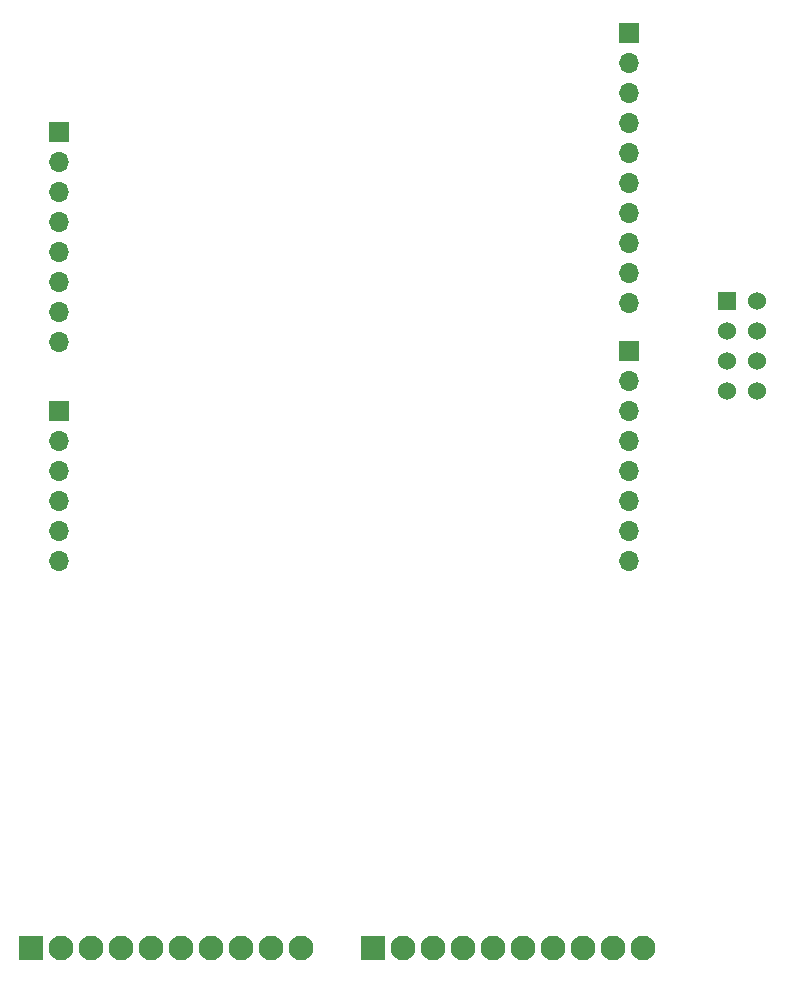
<source format=gbs>
G04 #@! TF.GenerationSoftware,KiCad,Pcbnew,5.1.7-a382d34a8~88~ubuntu18.04.1*
G04 #@! TF.CreationDate,2021-09-17T12:32:22-05:00*
G04 #@! TF.ProjectId,serial_logger_uart_expander,73657269-616c-45f6-9c6f-676765725f75,rev?*
G04 #@! TF.SameCoordinates,Original*
G04 #@! TF.FileFunction,Soldermask,Bot*
G04 #@! TF.FilePolarity,Negative*
%FSLAX46Y46*%
G04 Gerber Fmt 4.6, Leading zero omitted, Abs format (unit mm)*
G04 Created by KiCad (PCBNEW 5.1.7-a382d34a8~88~ubuntu18.04.1) date 2021-09-17 12:32:22*
%MOMM*%
%LPD*%
G01*
G04 APERTURE LIST*
%ADD10R,1.700000X1.700000*%
%ADD11O,1.700000X1.700000*%
%ADD12C,2.100000*%
%ADD13R,2.100000X2.100000*%
%ADD14R,1.524000X1.524000*%
%ADD15C,1.524000*%
G04 APERTURE END LIST*
D10*
X128800000Y-69700000D03*
D11*
X128800000Y-72240000D03*
X128800000Y-74780000D03*
X128800000Y-77320000D03*
X128800000Y-79860000D03*
X128800000Y-82400000D03*
X128800000Y-84940000D03*
X128800000Y-87480000D03*
D10*
X128800000Y-93280000D03*
D11*
X128800000Y-95820000D03*
X128800000Y-98360000D03*
X128800000Y-100900000D03*
X128800000Y-103440000D03*
X128800000Y-105980000D03*
D10*
X177060000Y-61290000D03*
D11*
X177060000Y-63830000D03*
X177060000Y-66370000D03*
X177060000Y-68910000D03*
X177060000Y-71450000D03*
X177060000Y-73990000D03*
X177060000Y-76530000D03*
X177060000Y-79070000D03*
X177060000Y-81610000D03*
X177060000Y-84150000D03*
X177060000Y-105980000D03*
X177060000Y-103440000D03*
X177060000Y-100900000D03*
X177060000Y-98360000D03*
X177060000Y-95820000D03*
X177060000Y-93280000D03*
X177060000Y-90740000D03*
D10*
X177060000Y-88200000D03*
D12*
X149307000Y-138773000D03*
X146767000Y-138773000D03*
X144227000Y-138773000D03*
X141687000Y-138773000D03*
X139147000Y-138773000D03*
X136607000Y-138773000D03*
X134067000Y-138773000D03*
X131527000Y-138773000D03*
X128987000Y-138773000D03*
D13*
X126447000Y-138773000D03*
X155367000Y-138746000D03*
D12*
X157907000Y-138746000D03*
X160447000Y-138746000D03*
X162987000Y-138746000D03*
X165527000Y-138746000D03*
X168067000Y-138746000D03*
X170607000Y-138746000D03*
X173147000Y-138746000D03*
X175687000Y-138746000D03*
X178227000Y-138746000D03*
D14*
X185400000Y-84000000D03*
D15*
X187940000Y-84000000D03*
X185400000Y-86540000D03*
X187940000Y-86540000D03*
X185400000Y-89080000D03*
X187940000Y-89080000D03*
X185400000Y-91620000D03*
X187940000Y-91620000D03*
M02*

</source>
